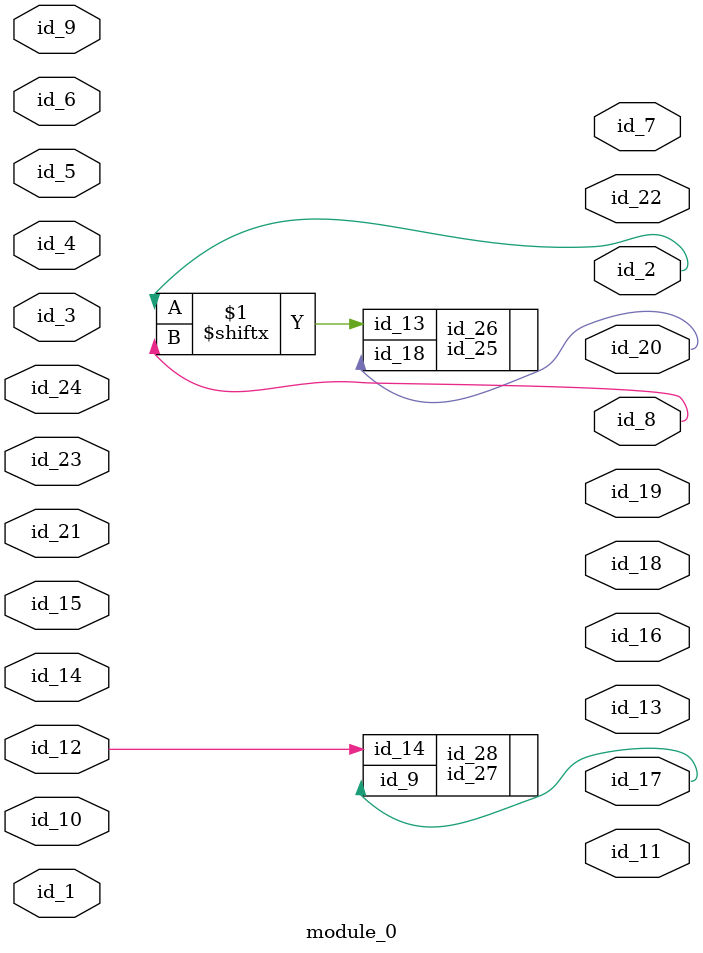
<source format=v>
`timescale 1ps / 1ps
module module_0 (
    id_1,
    id_2,
    id_3,
    id_4,
    id_5,
    id_6,
    id_7,
    id_8,
    id_9,
    id_10,
    id_11,
    id_12,
    id_13,
    id_14,
    id_15,
    id_16,
    id_17,
    id_18,
    id_19,
    id_20,
    id_21,
    id_22,
    id_23,
    id_24
);
  input id_24;
  input id_23;
  output id_22;
  input id_21;
  output id_20;
  output id_19;
  output id_18;
  output id_17;
  output id_16;
  input id_15;
  input id_14;
  output id_13;
  input id_12;
  output id_11;
  input id_10;
  input id_9;
  output id_8;
  output id_7;
  input id_6;
  input id_5;
  input id_4;
  input id_3;
  output id_2;
  input id_1;
  id_25 id_26 (
      .id_18(id_20),
      .id_13(id_2[id_8])
  );
  id_27 id_28 (
      .id_9 (id_17),
      .id_14(id_12)
  );
  assign id_4[id_21] = id_9;
endmodule

</source>
